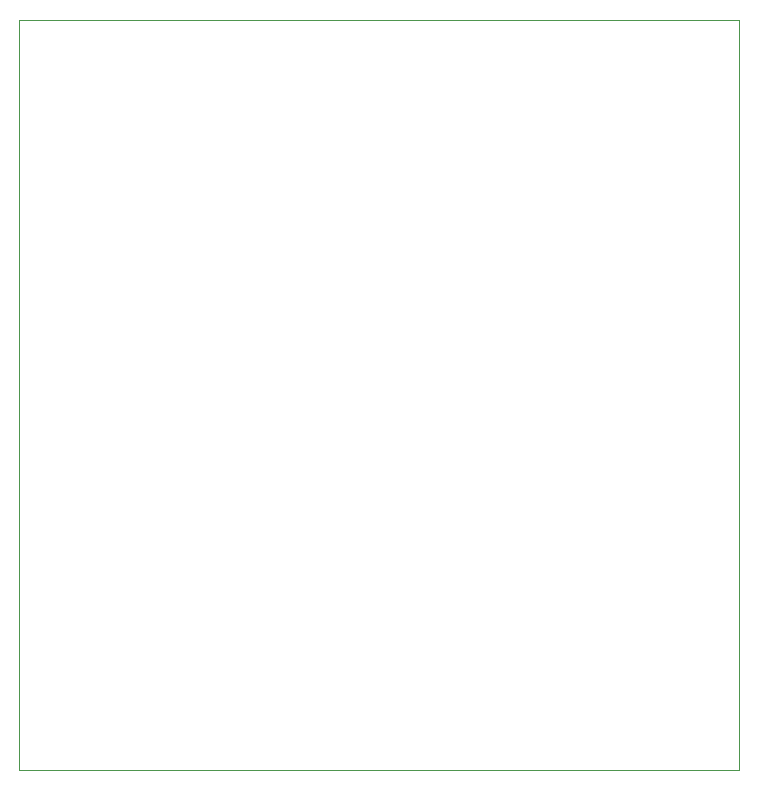
<source format=gbr>
%TF.GenerationSoftware,KiCad,Pcbnew,(7.0.0)*%
%TF.CreationDate,2023-02-28T14:37:34-05:00*%
%TF.ProjectId,8bc_clock_4,3862635f-636c-46f6-936b-5f342e6b6963,rev?*%
%TF.SameCoordinates,Original*%
%TF.FileFunction,Profile,NP*%
%FSLAX46Y46*%
G04 Gerber Fmt 4.6, Leading zero omitted, Abs format (unit mm)*
G04 Created by KiCad (PCBNEW (7.0.0)) date 2023-02-28 14:37:34*
%MOMM*%
%LPD*%
G01*
G04 APERTURE LIST*
%TA.AperFunction,Profile*%
%ADD10C,0.100000*%
%TD*%
G04 APERTURE END LIST*
D10*
X104140000Y-50800000D02*
X165100000Y-50800000D01*
X165100000Y-50800000D02*
X165100000Y-114300000D01*
X165100000Y-114300000D02*
X104140000Y-114300000D01*
X104140000Y-114300000D02*
X104140000Y-50800000D01*
M02*

</source>
